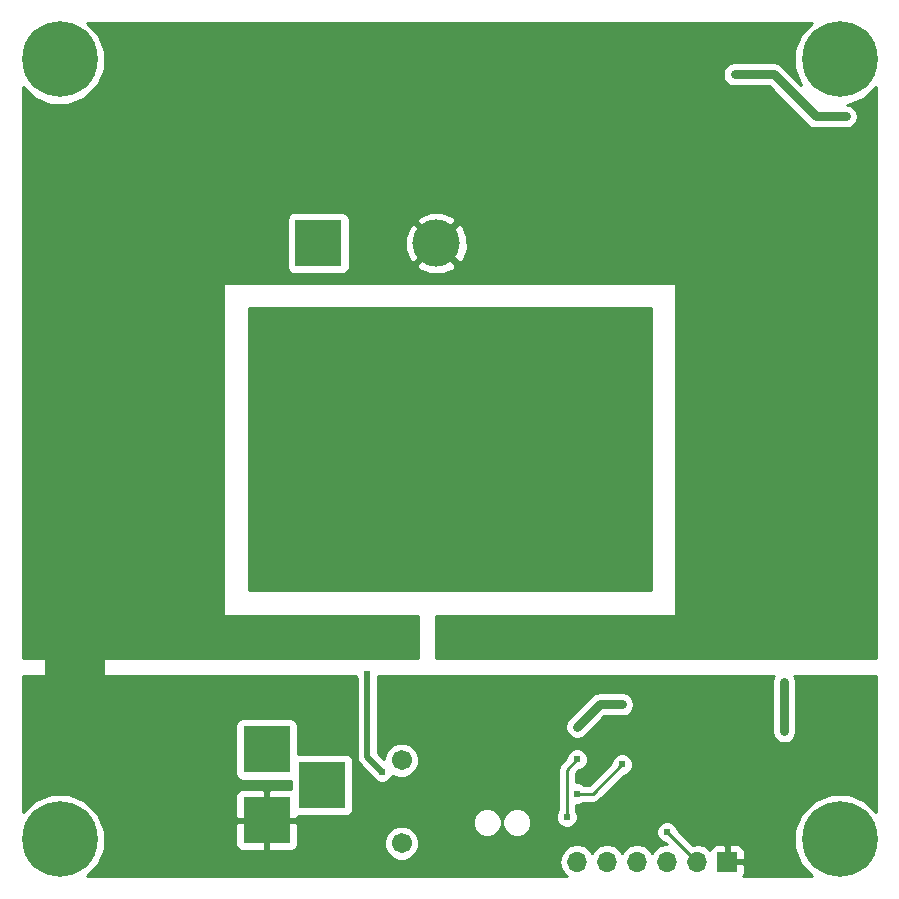
<source format=gbr>
G04 #@! TF.FileFunction,Copper,L2,Bot,Signal*
%FSLAX46Y46*%
G04 Gerber Fmt 4.6, Leading zero omitted, Abs format (unit mm)*
G04 Created by KiCad (PCBNEW 4.0.7) date 02/03/18 13:53:17*
%MOMM*%
%LPD*%
G01*
G04 APERTURE LIST*
%ADD10C,0.100000*%
%ADD11R,4.000000X4.000000*%
%ADD12C,4.000000*%
%ADD13C,1.701800*%
%ADD14C,6.400000*%
%ADD15R,1.700000X1.700000*%
%ADD16O,1.700000X1.700000*%
%ADD17C,0.609600*%
%ADD18C,0.762000*%
%ADD19C,0.254000*%
%ADD20C,0.508000*%
G04 APERTURE END LIST*
D10*
D11*
X51117500Y-44767500D03*
D12*
X61117500Y-44767500D03*
D13*
X58166000Y-88544400D03*
X58166000Y-95554800D03*
D14*
X95250000Y-29210000D03*
X29210000Y-29210000D03*
X95250000Y-95250000D03*
X29210000Y-95250000D03*
D15*
X85725000Y-97155000D03*
D16*
X83185000Y-97155000D03*
X80645000Y-97155000D03*
X78105000Y-97155000D03*
X75565000Y-97155000D03*
X73025000Y-97155000D03*
D11*
X46736000Y-87630000D03*
X46736000Y-93630000D03*
X51436000Y-90630000D03*
D17*
X90551000Y-81915000D03*
X90551000Y-86106000D03*
X88392000Y-95504000D03*
X85852000Y-93980000D03*
X90678000Y-93980000D03*
X87376000Y-92202000D03*
X89408000Y-92202000D03*
X89154000Y-89408000D03*
X87376000Y-89408000D03*
X83058000Y-87630000D03*
X81534000Y-92964000D03*
X82550000Y-93726000D03*
X65532000Y-97790000D03*
X59690000Y-97536000D03*
X71628000Y-46228000D03*
X74422000Y-46228000D03*
X73152000Y-46228000D03*
X71628000Y-42672000D03*
X74676000Y-42672000D03*
X73152000Y-42672000D03*
X68834000Y-43180000D03*
X69342000Y-41656000D03*
X70358000Y-40640000D03*
X62738000Y-41656000D03*
X58928000Y-37084000D03*
X61468000Y-40640000D03*
X74168000Y-34798000D03*
X65278000Y-33782000D03*
X40640000Y-27432000D03*
X33020000Y-34544000D03*
X34544000Y-32512000D03*
X36068000Y-34544000D03*
X35052000Y-62484000D03*
X33782000Y-60198000D03*
X43180000Y-83566000D03*
X40640000Y-84582000D03*
X39370000Y-96774000D03*
X35814000Y-96774000D03*
X37592000Y-93980000D03*
X80645000Y-94615000D03*
X73025000Y-91363821D03*
X76835000Y-88900000D03*
X55245000Y-81280000D03*
X56515000Y-89535000D03*
X86360000Y-30480000D03*
X95758000Y-34036000D03*
X78105000Y-68580000D03*
X74930000Y-68580000D03*
X71755000Y-68580000D03*
X68580000Y-68580000D03*
X65405000Y-68580000D03*
X62230000Y-68580000D03*
X59055000Y-68580000D03*
X55880000Y-62230000D03*
X52705000Y-62230000D03*
X49530000Y-62230000D03*
X46355000Y-62230000D03*
X59055000Y-62230000D03*
X55880000Y-68580000D03*
X52705000Y-68580000D03*
X46355000Y-68580000D03*
X49530000Y-68580000D03*
X71755000Y-55880000D03*
X68580000Y-55880000D03*
X65405000Y-55880000D03*
X62230000Y-55880000D03*
X59055000Y-55880000D03*
X55880000Y-55880000D03*
X52705000Y-55880000D03*
X49530000Y-55880000D03*
X46355000Y-55880000D03*
X74930000Y-55880000D03*
X78105000Y-55880000D03*
X74930000Y-62230000D03*
X78105000Y-62230000D03*
X71755000Y-62230000D03*
X68580000Y-62230000D03*
X65405000Y-62230000D03*
X62230000Y-62230000D03*
X73025000Y-88468179D03*
X76835000Y-83820000D03*
X73025000Y-85725000D03*
X72166198Y-93345000D03*
D18*
X90551000Y-86106000D02*
X90551000Y-81915000D01*
D19*
X80645000Y-94615000D02*
X83185000Y-97155000D01*
X76835000Y-88900000D02*
X74371179Y-91363821D01*
X74371179Y-91363821D02*
X73025000Y-91363821D01*
D20*
X55245000Y-88265000D02*
X55245000Y-81280000D01*
X56515000Y-89535000D02*
X55245000Y-88265000D01*
D18*
X89662000Y-30480000D02*
X86360000Y-30480000D01*
X93218000Y-34036000D02*
X89662000Y-30480000D01*
X95758000Y-34036000D02*
X93218000Y-34036000D01*
D19*
X71755000Y-68580000D02*
X74930000Y-68580000D01*
X65405000Y-68580000D02*
X68580000Y-68580000D01*
X59055000Y-68580000D02*
X62230000Y-68580000D01*
X55880000Y-62230000D02*
X52705000Y-62230000D01*
X49530000Y-62230000D02*
X46355000Y-62230000D01*
X52705000Y-68580000D02*
X55880000Y-68580000D01*
X49530000Y-68580000D02*
X46355000Y-68580000D01*
X71755000Y-55880000D02*
X74930000Y-55880000D01*
X65405000Y-55880000D02*
X68580000Y-55880000D01*
X59055000Y-55880000D02*
X62230000Y-55880000D01*
X52705000Y-55880000D02*
X55880000Y-55880000D01*
X46355000Y-55880000D02*
X49530000Y-55880000D01*
X78105000Y-55880000D02*
X74930000Y-55880000D01*
X74930000Y-55880000D02*
X74930000Y-62230000D01*
X78105000Y-62230000D02*
X71755000Y-62230000D01*
X68580000Y-62230000D02*
X65405000Y-62230000D01*
X62230000Y-62230000D02*
X59055000Y-62230000D01*
X72166198Y-93345000D02*
X72166198Y-89326981D01*
X72166198Y-89326981D02*
X73025000Y-88468179D01*
D18*
X74930000Y-83820000D02*
X76835000Y-83820000D01*
X73025000Y-85725000D02*
X74930000Y-83820000D01*
D19*
G36*
X79248000Y-74168000D02*
X45212000Y-74168000D01*
X45212000Y-50292000D01*
X79248000Y-50292000D01*
X79248000Y-74168000D01*
X79248000Y-74168000D01*
G37*
X79248000Y-74168000D02*
X45212000Y-74168000D01*
X45212000Y-50292000D01*
X79248000Y-50292000D01*
X79248000Y-74168000D01*
G36*
X92000741Y-27034811D02*
X91415667Y-28443825D01*
X91414336Y-29969482D01*
X91995960Y-31377120D01*
X90380420Y-29761580D01*
X90050807Y-29541338D01*
X89986300Y-29528507D01*
X89662000Y-29464000D01*
X86360000Y-29464000D01*
X85971194Y-29541338D01*
X85641580Y-29761580D01*
X85421338Y-30091194D01*
X85344000Y-30480000D01*
X85421338Y-30868806D01*
X85641580Y-31198420D01*
X85971194Y-31418662D01*
X86360000Y-31496000D01*
X89241160Y-31496000D01*
X92499579Y-34754420D01*
X92617464Y-34833188D01*
X92829194Y-34974662D01*
X93218000Y-35052000D01*
X95758000Y-35052000D01*
X96146806Y-34974662D01*
X96476420Y-34754420D01*
X96696662Y-34424806D01*
X96774000Y-34036000D01*
X96696662Y-33647194D01*
X96476420Y-33317580D01*
X96146806Y-33097338D01*
X95886483Y-33045557D01*
X96009482Y-33045664D01*
X97419515Y-32463050D01*
X98350000Y-31534188D01*
X98350000Y-79883000D01*
X61087000Y-79883000D01*
X61087000Y-76327000D01*
X81280000Y-76327000D01*
X81329410Y-76316994D01*
X81371035Y-76288553D01*
X81398315Y-76246159D01*
X81407000Y-76200000D01*
X81407000Y-48260000D01*
X81396994Y-48210590D01*
X81368553Y-48168965D01*
X81326159Y-48141685D01*
X81280000Y-48133000D01*
X43180000Y-48133000D01*
X43130590Y-48143006D01*
X43088965Y-48171447D01*
X43061685Y-48213841D01*
X43053000Y-48260000D01*
X43053000Y-76200000D01*
X43063006Y-76249410D01*
X43091447Y-76291035D01*
X43133841Y-76318315D01*
X43180000Y-76327000D01*
X59563000Y-76327000D01*
X59563000Y-79883000D01*
X33020000Y-79883000D01*
X32970590Y-79893006D01*
X32928965Y-79921447D01*
X32901685Y-79963841D01*
X32893000Y-80010000D01*
X32893000Y-81280000D01*
X32903006Y-81329410D01*
X32931447Y-81371035D01*
X32973841Y-81398315D01*
X33020000Y-81407000D01*
X54305089Y-81407000D01*
X54305037Y-81466118D01*
X54356000Y-81589458D01*
X54356000Y-88265000D01*
X54423671Y-88605206D01*
X54526957Y-88759784D01*
X54616382Y-88893618D01*
X55667388Y-89944624D01*
X55717812Y-90066659D01*
X55981951Y-90331259D01*
X56327242Y-90474637D01*
X56701118Y-90474963D01*
X57046659Y-90332188D01*
X57311259Y-90068049D01*
X57406764Y-89838047D01*
X57869139Y-90030042D01*
X58460267Y-90030558D01*
X59006595Y-89804820D01*
X59424951Y-89387194D01*
X59651642Y-88841261D01*
X59652158Y-88250133D01*
X59426420Y-87703805D01*
X59008794Y-87285449D01*
X58462861Y-87058758D01*
X57871733Y-87058242D01*
X57325405Y-87283980D01*
X56907049Y-87701606D01*
X56680358Y-88247539D01*
X56680187Y-88442951D01*
X56134000Y-87896764D01*
X56134000Y-85725000D01*
X72009001Y-85725000D01*
X72086338Y-86113807D01*
X72306580Y-86443420D01*
X72636193Y-86663662D01*
X73025000Y-86740999D01*
X73413807Y-86663662D01*
X73743420Y-86443420D01*
X75350841Y-84836000D01*
X76835000Y-84836000D01*
X77223806Y-84758662D01*
X77553420Y-84538420D01*
X77773662Y-84208806D01*
X77851000Y-83820000D01*
X77773662Y-83431194D01*
X77553420Y-83101580D01*
X77223806Y-82881338D01*
X76835000Y-82804000D01*
X74930000Y-82804000D01*
X74605700Y-82868507D01*
X74541193Y-82881338D01*
X74211580Y-83101579D01*
X72306580Y-85006580D01*
X72086338Y-85336193D01*
X72009001Y-85725000D01*
X56134000Y-85725000D01*
X56134000Y-81589705D01*
X56184637Y-81467758D01*
X56184690Y-81407000D01*
X89691981Y-81407000D01*
X89612338Y-81526194D01*
X89535000Y-81915000D01*
X89535000Y-86106000D01*
X89612338Y-86494806D01*
X89832580Y-86824420D01*
X90162194Y-87044662D01*
X90551000Y-87122000D01*
X90939806Y-87044662D01*
X91269420Y-86824420D01*
X91489662Y-86494806D01*
X91567000Y-86106000D01*
X91567000Y-81915000D01*
X91489662Y-81526194D01*
X91410019Y-81407000D01*
X98350000Y-81407000D01*
X98350000Y-92927168D01*
X97425189Y-92000741D01*
X96016175Y-91415667D01*
X94490518Y-91414336D01*
X93080485Y-91996950D01*
X92000741Y-93074811D01*
X91415667Y-94483825D01*
X91414336Y-96009482D01*
X91996950Y-97419515D01*
X92925812Y-98350000D01*
X87119415Y-98350000D01*
X87210000Y-98131309D01*
X87210000Y-97440750D01*
X87051250Y-97282000D01*
X85852000Y-97282000D01*
X85852000Y-97302000D01*
X85598000Y-97302000D01*
X85598000Y-97282000D01*
X85578000Y-97282000D01*
X85578000Y-97028000D01*
X85598000Y-97028000D01*
X85598000Y-95828750D01*
X85852000Y-95828750D01*
X85852000Y-97028000D01*
X87051250Y-97028000D01*
X87210000Y-96869250D01*
X87210000Y-96178691D01*
X87113327Y-95945302D01*
X86934699Y-95766673D01*
X86701310Y-95670000D01*
X86010750Y-95670000D01*
X85852000Y-95828750D01*
X85598000Y-95828750D01*
X85439250Y-95670000D01*
X84748690Y-95670000D01*
X84515301Y-95766673D01*
X84336673Y-95945302D01*
X84264403Y-96119777D01*
X84235054Y-96075853D01*
X83753285Y-95753946D01*
X83185000Y-95640907D01*
X82820951Y-95713321D01*
X81584921Y-94477291D01*
X81584963Y-94428882D01*
X81442188Y-94083341D01*
X81178049Y-93818741D01*
X80832758Y-93675363D01*
X80458882Y-93675037D01*
X80113341Y-93817812D01*
X79848741Y-94081951D01*
X79705363Y-94427242D01*
X79705037Y-94801118D01*
X79847812Y-95146659D01*
X80111951Y-95411259D01*
X80457242Y-95554637D01*
X80507050Y-95554680D01*
X80601858Y-95649488D01*
X80076715Y-95753946D01*
X79594946Y-96075853D01*
X79375000Y-96405026D01*
X79155054Y-96075853D01*
X78673285Y-95753946D01*
X78105000Y-95640907D01*
X77536715Y-95753946D01*
X77054946Y-96075853D01*
X76835000Y-96405026D01*
X76615054Y-96075853D01*
X76133285Y-95753946D01*
X75565000Y-95640907D01*
X74996715Y-95753946D01*
X74514946Y-96075853D01*
X74295000Y-96405026D01*
X74075054Y-96075853D01*
X73593285Y-95753946D01*
X73025000Y-95640907D01*
X72456715Y-95753946D01*
X71974946Y-96075853D01*
X71653039Y-96557622D01*
X71540000Y-97125907D01*
X71540000Y-97184093D01*
X71653039Y-97752378D01*
X71974946Y-98234147D01*
X72148333Y-98350000D01*
X31532832Y-98350000D01*
X32459259Y-97425189D01*
X33044333Y-96016175D01*
X33045664Y-94490518D01*
X32808175Y-93915750D01*
X44101000Y-93915750D01*
X44101000Y-95756309D01*
X44197673Y-95989698D01*
X44376301Y-96168327D01*
X44609690Y-96265000D01*
X46450250Y-96265000D01*
X46609000Y-96106250D01*
X46609000Y-93757000D01*
X46863000Y-93757000D01*
X46863000Y-96106250D01*
X47021750Y-96265000D01*
X48862310Y-96265000D01*
X49095699Y-96168327D01*
X49274327Y-95989698D01*
X49332578Y-95849067D01*
X56679842Y-95849067D01*
X56905580Y-96395395D01*
X57323206Y-96813751D01*
X57869139Y-97040442D01*
X58460267Y-97040958D01*
X59006595Y-96815220D01*
X59424951Y-96397594D01*
X59651642Y-95851661D01*
X59652158Y-95260533D01*
X59426420Y-94714205D01*
X59008794Y-94295849D01*
X58462861Y-94069158D01*
X57871733Y-94068642D01*
X57325405Y-94294380D01*
X56907049Y-94712006D01*
X56680358Y-95257939D01*
X56679842Y-95849067D01*
X49332578Y-95849067D01*
X49371000Y-95756309D01*
X49371000Y-94061450D01*
X64205588Y-94061450D01*
X64390809Y-94509719D01*
X64733477Y-94852985D01*
X65181422Y-95038988D01*
X65666450Y-95039412D01*
X66114719Y-94854191D01*
X66457985Y-94511523D01*
X66643988Y-94063578D01*
X66643989Y-94061450D01*
X66705588Y-94061450D01*
X66890809Y-94509719D01*
X67233477Y-94852985D01*
X67681422Y-95038988D01*
X68166450Y-95039412D01*
X68614719Y-94854191D01*
X68957985Y-94511523D01*
X69143988Y-94063578D01*
X69144412Y-93578550D01*
X69124814Y-93531118D01*
X71226235Y-93531118D01*
X71369010Y-93876659D01*
X71633149Y-94141259D01*
X71978440Y-94284637D01*
X72352316Y-94284963D01*
X72697857Y-94142188D01*
X72962457Y-93878049D01*
X73105835Y-93532758D01*
X73106161Y-93158882D01*
X72963386Y-92813341D01*
X72928198Y-92778092D01*
X72928198Y-92303537D01*
X73211118Y-92303784D01*
X73556659Y-92161009D01*
X73591908Y-92125821D01*
X74371179Y-92125821D01*
X74662784Y-92067817D01*
X74909994Y-91902636D01*
X76972709Y-89839921D01*
X77021118Y-89839963D01*
X77366659Y-89697188D01*
X77631259Y-89433049D01*
X77774637Y-89087758D01*
X77774963Y-88713882D01*
X77632188Y-88368341D01*
X77368049Y-88103741D01*
X77022758Y-87960363D01*
X76648882Y-87960037D01*
X76303341Y-88102812D01*
X76038741Y-88366951D01*
X75895363Y-88712242D01*
X75895320Y-88762050D01*
X74055549Y-90601821D01*
X73592248Y-90601821D01*
X73558049Y-90567562D01*
X73212758Y-90424184D01*
X72928198Y-90423936D01*
X72928198Y-89642611D01*
X73162710Y-89408100D01*
X73211118Y-89408142D01*
X73556659Y-89265367D01*
X73821259Y-89001228D01*
X73964637Y-88655937D01*
X73964963Y-88282061D01*
X73822188Y-87936520D01*
X73558049Y-87671920D01*
X73212758Y-87528542D01*
X72838882Y-87528216D01*
X72493341Y-87670991D01*
X72228741Y-87935130D01*
X72085363Y-88280421D01*
X72085320Y-88330229D01*
X71627383Y-88788166D01*
X71462202Y-89035376D01*
X71404198Y-89326981D01*
X71404198Y-92777752D01*
X71369939Y-92811951D01*
X71226561Y-93157242D01*
X71226235Y-93531118D01*
X69124814Y-93531118D01*
X68959191Y-93130281D01*
X68616523Y-92787015D01*
X68168578Y-92601012D01*
X67683550Y-92600588D01*
X67235281Y-92785809D01*
X66892015Y-93128477D01*
X66706012Y-93576422D01*
X66705588Y-94061450D01*
X66643989Y-94061450D01*
X66644412Y-93578550D01*
X66459191Y-93130281D01*
X66116523Y-92787015D01*
X65668578Y-92601012D01*
X65183550Y-92600588D01*
X64735281Y-92785809D01*
X64392015Y-93128477D01*
X64206012Y-93576422D01*
X64205588Y-94061450D01*
X49371000Y-94061450D01*
X49371000Y-93915750D01*
X49212250Y-93757000D01*
X46863000Y-93757000D01*
X46609000Y-93757000D01*
X44259750Y-93757000D01*
X44101000Y-93915750D01*
X32808175Y-93915750D01*
X32463050Y-93080485D01*
X31385189Y-92000741D01*
X30188161Y-91503691D01*
X44101000Y-91503691D01*
X44101000Y-93344250D01*
X44259750Y-93503000D01*
X46609000Y-93503000D01*
X46609000Y-91153750D01*
X46450250Y-90995000D01*
X44609690Y-90995000D01*
X44376301Y-91091673D01*
X44197673Y-91270302D01*
X44101000Y-91503691D01*
X30188161Y-91503691D01*
X29976175Y-91415667D01*
X28450518Y-91414336D01*
X27040485Y-91996950D01*
X26110000Y-92925812D01*
X26110000Y-85630000D01*
X44088560Y-85630000D01*
X44088560Y-89630000D01*
X44132838Y-89865317D01*
X44271910Y-90081441D01*
X44484110Y-90226431D01*
X44736000Y-90277440D01*
X48736000Y-90277440D01*
X48788560Y-90267550D01*
X48788560Y-90995000D01*
X47021750Y-90995000D01*
X46863000Y-91153750D01*
X46863000Y-93503000D01*
X49212250Y-93503000D01*
X49371000Y-93344250D01*
X49371000Y-93264277D01*
X49436000Y-93277440D01*
X53436000Y-93277440D01*
X53671317Y-93233162D01*
X53887441Y-93094090D01*
X54032431Y-92881890D01*
X54083440Y-92630000D01*
X54083440Y-88630000D01*
X54039162Y-88394683D01*
X53900090Y-88178559D01*
X53687890Y-88033569D01*
X53436000Y-87982560D01*
X49436000Y-87982560D01*
X49383440Y-87992450D01*
X49383440Y-85630000D01*
X49339162Y-85394683D01*
X49200090Y-85178559D01*
X48987890Y-85033569D01*
X48736000Y-84982560D01*
X44736000Y-84982560D01*
X44500683Y-85026838D01*
X44284559Y-85165910D01*
X44139569Y-85378110D01*
X44088560Y-85630000D01*
X26110000Y-85630000D01*
X26110000Y-81407000D01*
X27940000Y-81407000D01*
X27989410Y-81396994D01*
X28031035Y-81368553D01*
X28058315Y-81326159D01*
X28067000Y-81280000D01*
X28067000Y-80010000D01*
X28056994Y-79960590D01*
X28028553Y-79918965D01*
X27986159Y-79891685D01*
X27940000Y-79883000D01*
X26110000Y-79883000D01*
X26110000Y-42767500D01*
X48470060Y-42767500D01*
X48470060Y-46767500D01*
X48514338Y-47002817D01*
X48653410Y-47218941D01*
X48865610Y-47363931D01*
X49117500Y-47414940D01*
X53117500Y-47414940D01*
X53352817Y-47370662D01*
X53568941Y-47231590D01*
X53713931Y-47019390D01*
X53764940Y-46767500D01*
X53764940Y-46642522D01*
X59422084Y-46642522D01*
X59642853Y-47013243D01*
X60614512Y-47406619D01*
X61662747Y-47398213D01*
X62592147Y-47013243D01*
X62812916Y-46642522D01*
X61117500Y-44947105D01*
X59422084Y-46642522D01*
X53764940Y-46642522D01*
X53764940Y-44264512D01*
X58478381Y-44264512D01*
X58486787Y-45312747D01*
X58871757Y-46242147D01*
X59242478Y-46462916D01*
X60937895Y-44767500D01*
X61297105Y-44767500D01*
X62992522Y-46462916D01*
X63363243Y-46242147D01*
X63756619Y-45270488D01*
X63748213Y-44222253D01*
X63363243Y-43292853D01*
X62992522Y-43072084D01*
X61297105Y-44767500D01*
X60937895Y-44767500D01*
X59242478Y-43072084D01*
X58871757Y-43292853D01*
X58478381Y-44264512D01*
X53764940Y-44264512D01*
X53764940Y-42892478D01*
X59422084Y-42892478D01*
X61117500Y-44587895D01*
X62812916Y-42892478D01*
X62592147Y-42521757D01*
X61620488Y-42128381D01*
X60572253Y-42136787D01*
X59642853Y-42521757D01*
X59422084Y-42892478D01*
X53764940Y-42892478D01*
X53764940Y-42767500D01*
X53720662Y-42532183D01*
X53581590Y-42316059D01*
X53369390Y-42171069D01*
X53117500Y-42120060D01*
X49117500Y-42120060D01*
X48882183Y-42164338D01*
X48666059Y-42303410D01*
X48521069Y-42515610D01*
X48470060Y-42767500D01*
X26110000Y-42767500D01*
X26110000Y-31532832D01*
X27034811Y-32459259D01*
X28443825Y-33044333D01*
X29969482Y-33045664D01*
X31379515Y-32463050D01*
X32459259Y-31385189D01*
X33044333Y-29976175D01*
X33045664Y-28450518D01*
X32463050Y-27040485D01*
X31534188Y-26110000D01*
X92927168Y-26110000D01*
X92000741Y-27034811D01*
X92000741Y-27034811D01*
G37*
X92000741Y-27034811D02*
X91415667Y-28443825D01*
X91414336Y-29969482D01*
X91995960Y-31377120D01*
X90380420Y-29761580D01*
X90050807Y-29541338D01*
X89986300Y-29528507D01*
X89662000Y-29464000D01*
X86360000Y-29464000D01*
X85971194Y-29541338D01*
X85641580Y-29761580D01*
X85421338Y-30091194D01*
X85344000Y-30480000D01*
X85421338Y-30868806D01*
X85641580Y-31198420D01*
X85971194Y-31418662D01*
X86360000Y-31496000D01*
X89241160Y-31496000D01*
X92499579Y-34754420D01*
X92617464Y-34833188D01*
X92829194Y-34974662D01*
X93218000Y-35052000D01*
X95758000Y-35052000D01*
X96146806Y-34974662D01*
X96476420Y-34754420D01*
X96696662Y-34424806D01*
X96774000Y-34036000D01*
X96696662Y-33647194D01*
X96476420Y-33317580D01*
X96146806Y-33097338D01*
X95886483Y-33045557D01*
X96009482Y-33045664D01*
X97419515Y-32463050D01*
X98350000Y-31534188D01*
X98350000Y-79883000D01*
X61087000Y-79883000D01*
X61087000Y-76327000D01*
X81280000Y-76327000D01*
X81329410Y-76316994D01*
X81371035Y-76288553D01*
X81398315Y-76246159D01*
X81407000Y-76200000D01*
X81407000Y-48260000D01*
X81396994Y-48210590D01*
X81368553Y-48168965D01*
X81326159Y-48141685D01*
X81280000Y-48133000D01*
X43180000Y-48133000D01*
X43130590Y-48143006D01*
X43088965Y-48171447D01*
X43061685Y-48213841D01*
X43053000Y-48260000D01*
X43053000Y-76200000D01*
X43063006Y-76249410D01*
X43091447Y-76291035D01*
X43133841Y-76318315D01*
X43180000Y-76327000D01*
X59563000Y-76327000D01*
X59563000Y-79883000D01*
X33020000Y-79883000D01*
X32970590Y-79893006D01*
X32928965Y-79921447D01*
X32901685Y-79963841D01*
X32893000Y-80010000D01*
X32893000Y-81280000D01*
X32903006Y-81329410D01*
X32931447Y-81371035D01*
X32973841Y-81398315D01*
X33020000Y-81407000D01*
X54305089Y-81407000D01*
X54305037Y-81466118D01*
X54356000Y-81589458D01*
X54356000Y-88265000D01*
X54423671Y-88605206D01*
X54526957Y-88759784D01*
X54616382Y-88893618D01*
X55667388Y-89944624D01*
X55717812Y-90066659D01*
X55981951Y-90331259D01*
X56327242Y-90474637D01*
X56701118Y-90474963D01*
X57046659Y-90332188D01*
X57311259Y-90068049D01*
X57406764Y-89838047D01*
X57869139Y-90030042D01*
X58460267Y-90030558D01*
X59006595Y-89804820D01*
X59424951Y-89387194D01*
X59651642Y-88841261D01*
X59652158Y-88250133D01*
X59426420Y-87703805D01*
X59008794Y-87285449D01*
X58462861Y-87058758D01*
X57871733Y-87058242D01*
X57325405Y-87283980D01*
X56907049Y-87701606D01*
X56680358Y-88247539D01*
X56680187Y-88442951D01*
X56134000Y-87896764D01*
X56134000Y-85725000D01*
X72009001Y-85725000D01*
X72086338Y-86113807D01*
X72306580Y-86443420D01*
X72636193Y-86663662D01*
X73025000Y-86740999D01*
X73413807Y-86663662D01*
X73743420Y-86443420D01*
X75350841Y-84836000D01*
X76835000Y-84836000D01*
X77223806Y-84758662D01*
X77553420Y-84538420D01*
X77773662Y-84208806D01*
X77851000Y-83820000D01*
X77773662Y-83431194D01*
X77553420Y-83101580D01*
X77223806Y-82881338D01*
X76835000Y-82804000D01*
X74930000Y-82804000D01*
X74605700Y-82868507D01*
X74541193Y-82881338D01*
X74211580Y-83101579D01*
X72306580Y-85006580D01*
X72086338Y-85336193D01*
X72009001Y-85725000D01*
X56134000Y-85725000D01*
X56134000Y-81589705D01*
X56184637Y-81467758D01*
X56184690Y-81407000D01*
X89691981Y-81407000D01*
X89612338Y-81526194D01*
X89535000Y-81915000D01*
X89535000Y-86106000D01*
X89612338Y-86494806D01*
X89832580Y-86824420D01*
X90162194Y-87044662D01*
X90551000Y-87122000D01*
X90939806Y-87044662D01*
X91269420Y-86824420D01*
X91489662Y-86494806D01*
X91567000Y-86106000D01*
X91567000Y-81915000D01*
X91489662Y-81526194D01*
X91410019Y-81407000D01*
X98350000Y-81407000D01*
X98350000Y-92927168D01*
X97425189Y-92000741D01*
X96016175Y-91415667D01*
X94490518Y-91414336D01*
X93080485Y-91996950D01*
X92000741Y-93074811D01*
X91415667Y-94483825D01*
X91414336Y-96009482D01*
X91996950Y-97419515D01*
X92925812Y-98350000D01*
X87119415Y-98350000D01*
X87210000Y-98131309D01*
X87210000Y-97440750D01*
X87051250Y-97282000D01*
X85852000Y-97282000D01*
X85852000Y-97302000D01*
X85598000Y-97302000D01*
X85598000Y-97282000D01*
X85578000Y-97282000D01*
X85578000Y-97028000D01*
X85598000Y-97028000D01*
X85598000Y-95828750D01*
X85852000Y-95828750D01*
X85852000Y-97028000D01*
X87051250Y-97028000D01*
X87210000Y-96869250D01*
X87210000Y-96178691D01*
X87113327Y-95945302D01*
X86934699Y-95766673D01*
X86701310Y-95670000D01*
X86010750Y-95670000D01*
X85852000Y-95828750D01*
X85598000Y-95828750D01*
X85439250Y-95670000D01*
X84748690Y-95670000D01*
X84515301Y-95766673D01*
X84336673Y-95945302D01*
X84264403Y-96119777D01*
X84235054Y-96075853D01*
X83753285Y-95753946D01*
X83185000Y-95640907D01*
X82820951Y-95713321D01*
X81584921Y-94477291D01*
X81584963Y-94428882D01*
X81442188Y-94083341D01*
X81178049Y-93818741D01*
X80832758Y-93675363D01*
X80458882Y-93675037D01*
X80113341Y-93817812D01*
X79848741Y-94081951D01*
X79705363Y-94427242D01*
X79705037Y-94801118D01*
X79847812Y-95146659D01*
X80111951Y-95411259D01*
X80457242Y-95554637D01*
X80507050Y-95554680D01*
X80601858Y-95649488D01*
X80076715Y-95753946D01*
X79594946Y-96075853D01*
X79375000Y-96405026D01*
X79155054Y-96075853D01*
X78673285Y-95753946D01*
X78105000Y-95640907D01*
X77536715Y-95753946D01*
X77054946Y-96075853D01*
X76835000Y-96405026D01*
X76615054Y-96075853D01*
X76133285Y-95753946D01*
X75565000Y-95640907D01*
X74996715Y-95753946D01*
X74514946Y-96075853D01*
X74295000Y-96405026D01*
X74075054Y-96075853D01*
X73593285Y-95753946D01*
X73025000Y-95640907D01*
X72456715Y-95753946D01*
X71974946Y-96075853D01*
X71653039Y-96557622D01*
X71540000Y-97125907D01*
X71540000Y-97184093D01*
X71653039Y-97752378D01*
X71974946Y-98234147D01*
X72148333Y-98350000D01*
X31532832Y-98350000D01*
X32459259Y-97425189D01*
X33044333Y-96016175D01*
X33045664Y-94490518D01*
X32808175Y-93915750D01*
X44101000Y-93915750D01*
X44101000Y-95756309D01*
X44197673Y-95989698D01*
X44376301Y-96168327D01*
X44609690Y-96265000D01*
X46450250Y-96265000D01*
X46609000Y-96106250D01*
X46609000Y-93757000D01*
X46863000Y-93757000D01*
X46863000Y-96106250D01*
X47021750Y-96265000D01*
X48862310Y-96265000D01*
X49095699Y-96168327D01*
X49274327Y-95989698D01*
X49332578Y-95849067D01*
X56679842Y-95849067D01*
X56905580Y-96395395D01*
X57323206Y-96813751D01*
X57869139Y-97040442D01*
X58460267Y-97040958D01*
X59006595Y-96815220D01*
X59424951Y-96397594D01*
X59651642Y-95851661D01*
X59652158Y-95260533D01*
X59426420Y-94714205D01*
X59008794Y-94295849D01*
X58462861Y-94069158D01*
X57871733Y-94068642D01*
X57325405Y-94294380D01*
X56907049Y-94712006D01*
X56680358Y-95257939D01*
X56679842Y-95849067D01*
X49332578Y-95849067D01*
X49371000Y-95756309D01*
X49371000Y-94061450D01*
X64205588Y-94061450D01*
X64390809Y-94509719D01*
X64733477Y-94852985D01*
X65181422Y-95038988D01*
X65666450Y-95039412D01*
X66114719Y-94854191D01*
X66457985Y-94511523D01*
X66643988Y-94063578D01*
X66643989Y-94061450D01*
X66705588Y-94061450D01*
X66890809Y-94509719D01*
X67233477Y-94852985D01*
X67681422Y-95038988D01*
X68166450Y-95039412D01*
X68614719Y-94854191D01*
X68957985Y-94511523D01*
X69143988Y-94063578D01*
X69144412Y-93578550D01*
X69124814Y-93531118D01*
X71226235Y-93531118D01*
X71369010Y-93876659D01*
X71633149Y-94141259D01*
X71978440Y-94284637D01*
X72352316Y-94284963D01*
X72697857Y-94142188D01*
X72962457Y-93878049D01*
X73105835Y-93532758D01*
X73106161Y-93158882D01*
X72963386Y-92813341D01*
X72928198Y-92778092D01*
X72928198Y-92303537D01*
X73211118Y-92303784D01*
X73556659Y-92161009D01*
X73591908Y-92125821D01*
X74371179Y-92125821D01*
X74662784Y-92067817D01*
X74909994Y-91902636D01*
X76972709Y-89839921D01*
X77021118Y-89839963D01*
X77366659Y-89697188D01*
X77631259Y-89433049D01*
X77774637Y-89087758D01*
X77774963Y-88713882D01*
X77632188Y-88368341D01*
X77368049Y-88103741D01*
X77022758Y-87960363D01*
X76648882Y-87960037D01*
X76303341Y-88102812D01*
X76038741Y-88366951D01*
X75895363Y-88712242D01*
X75895320Y-88762050D01*
X74055549Y-90601821D01*
X73592248Y-90601821D01*
X73558049Y-90567562D01*
X73212758Y-90424184D01*
X72928198Y-90423936D01*
X72928198Y-89642611D01*
X73162710Y-89408100D01*
X73211118Y-89408142D01*
X73556659Y-89265367D01*
X73821259Y-89001228D01*
X73964637Y-88655937D01*
X73964963Y-88282061D01*
X73822188Y-87936520D01*
X73558049Y-87671920D01*
X73212758Y-87528542D01*
X72838882Y-87528216D01*
X72493341Y-87670991D01*
X72228741Y-87935130D01*
X72085363Y-88280421D01*
X72085320Y-88330229D01*
X71627383Y-88788166D01*
X71462202Y-89035376D01*
X71404198Y-89326981D01*
X71404198Y-92777752D01*
X71369939Y-92811951D01*
X71226561Y-93157242D01*
X71226235Y-93531118D01*
X69124814Y-93531118D01*
X68959191Y-93130281D01*
X68616523Y-92787015D01*
X68168578Y-92601012D01*
X67683550Y-92600588D01*
X67235281Y-92785809D01*
X66892015Y-93128477D01*
X66706012Y-93576422D01*
X66705588Y-94061450D01*
X66643989Y-94061450D01*
X66644412Y-93578550D01*
X66459191Y-93130281D01*
X66116523Y-92787015D01*
X65668578Y-92601012D01*
X65183550Y-92600588D01*
X64735281Y-92785809D01*
X64392015Y-93128477D01*
X64206012Y-93576422D01*
X64205588Y-94061450D01*
X49371000Y-94061450D01*
X49371000Y-93915750D01*
X49212250Y-93757000D01*
X46863000Y-93757000D01*
X46609000Y-93757000D01*
X44259750Y-93757000D01*
X44101000Y-93915750D01*
X32808175Y-93915750D01*
X32463050Y-93080485D01*
X31385189Y-92000741D01*
X30188161Y-91503691D01*
X44101000Y-91503691D01*
X44101000Y-93344250D01*
X44259750Y-93503000D01*
X46609000Y-93503000D01*
X46609000Y-91153750D01*
X46450250Y-90995000D01*
X44609690Y-90995000D01*
X44376301Y-91091673D01*
X44197673Y-91270302D01*
X44101000Y-91503691D01*
X30188161Y-91503691D01*
X29976175Y-91415667D01*
X28450518Y-91414336D01*
X27040485Y-91996950D01*
X26110000Y-92925812D01*
X26110000Y-85630000D01*
X44088560Y-85630000D01*
X44088560Y-89630000D01*
X44132838Y-89865317D01*
X44271910Y-90081441D01*
X44484110Y-90226431D01*
X44736000Y-90277440D01*
X48736000Y-90277440D01*
X48788560Y-90267550D01*
X48788560Y-90995000D01*
X47021750Y-90995000D01*
X46863000Y-91153750D01*
X46863000Y-93503000D01*
X49212250Y-93503000D01*
X49371000Y-93344250D01*
X49371000Y-93264277D01*
X49436000Y-93277440D01*
X53436000Y-93277440D01*
X53671317Y-93233162D01*
X53887441Y-93094090D01*
X54032431Y-92881890D01*
X54083440Y-92630000D01*
X54083440Y-88630000D01*
X54039162Y-88394683D01*
X53900090Y-88178559D01*
X53687890Y-88033569D01*
X53436000Y-87982560D01*
X49436000Y-87982560D01*
X49383440Y-87992450D01*
X49383440Y-85630000D01*
X49339162Y-85394683D01*
X49200090Y-85178559D01*
X48987890Y-85033569D01*
X48736000Y-84982560D01*
X44736000Y-84982560D01*
X44500683Y-85026838D01*
X44284559Y-85165910D01*
X44139569Y-85378110D01*
X44088560Y-85630000D01*
X26110000Y-85630000D01*
X26110000Y-81407000D01*
X27940000Y-81407000D01*
X27989410Y-81396994D01*
X28031035Y-81368553D01*
X28058315Y-81326159D01*
X28067000Y-81280000D01*
X28067000Y-80010000D01*
X28056994Y-79960590D01*
X28028553Y-79918965D01*
X27986159Y-79891685D01*
X27940000Y-79883000D01*
X26110000Y-79883000D01*
X26110000Y-42767500D01*
X48470060Y-42767500D01*
X48470060Y-46767500D01*
X48514338Y-47002817D01*
X48653410Y-47218941D01*
X48865610Y-47363931D01*
X49117500Y-47414940D01*
X53117500Y-47414940D01*
X53352817Y-47370662D01*
X53568941Y-47231590D01*
X53713931Y-47019390D01*
X53764940Y-46767500D01*
X53764940Y-46642522D01*
X59422084Y-46642522D01*
X59642853Y-47013243D01*
X60614512Y-47406619D01*
X61662747Y-47398213D01*
X62592147Y-47013243D01*
X62812916Y-46642522D01*
X61117500Y-44947105D01*
X59422084Y-46642522D01*
X53764940Y-46642522D01*
X53764940Y-44264512D01*
X58478381Y-44264512D01*
X58486787Y-45312747D01*
X58871757Y-46242147D01*
X59242478Y-46462916D01*
X60937895Y-44767500D01*
X61297105Y-44767500D01*
X62992522Y-46462916D01*
X63363243Y-46242147D01*
X63756619Y-45270488D01*
X63748213Y-44222253D01*
X63363243Y-43292853D01*
X62992522Y-43072084D01*
X61297105Y-44767500D01*
X60937895Y-44767500D01*
X59242478Y-43072084D01*
X58871757Y-43292853D01*
X58478381Y-44264512D01*
X53764940Y-44264512D01*
X53764940Y-42892478D01*
X59422084Y-42892478D01*
X61117500Y-44587895D01*
X62812916Y-42892478D01*
X62592147Y-42521757D01*
X61620488Y-42128381D01*
X60572253Y-42136787D01*
X59642853Y-42521757D01*
X59422084Y-42892478D01*
X53764940Y-42892478D01*
X53764940Y-42767500D01*
X53720662Y-42532183D01*
X53581590Y-42316059D01*
X53369390Y-42171069D01*
X53117500Y-42120060D01*
X49117500Y-42120060D01*
X48882183Y-42164338D01*
X48666059Y-42303410D01*
X48521069Y-42515610D01*
X48470060Y-42767500D01*
X26110000Y-42767500D01*
X26110000Y-31532832D01*
X27034811Y-32459259D01*
X28443825Y-33044333D01*
X29969482Y-33045664D01*
X31379515Y-32463050D01*
X32459259Y-31385189D01*
X33044333Y-29976175D01*
X33045664Y-28450518D01*
X32463050Y-27040485D01*
X31534188Y-26110000D01*
X92927168Y-26110000D01*
X92000741Y-27034811D01*
M02*

</source>
